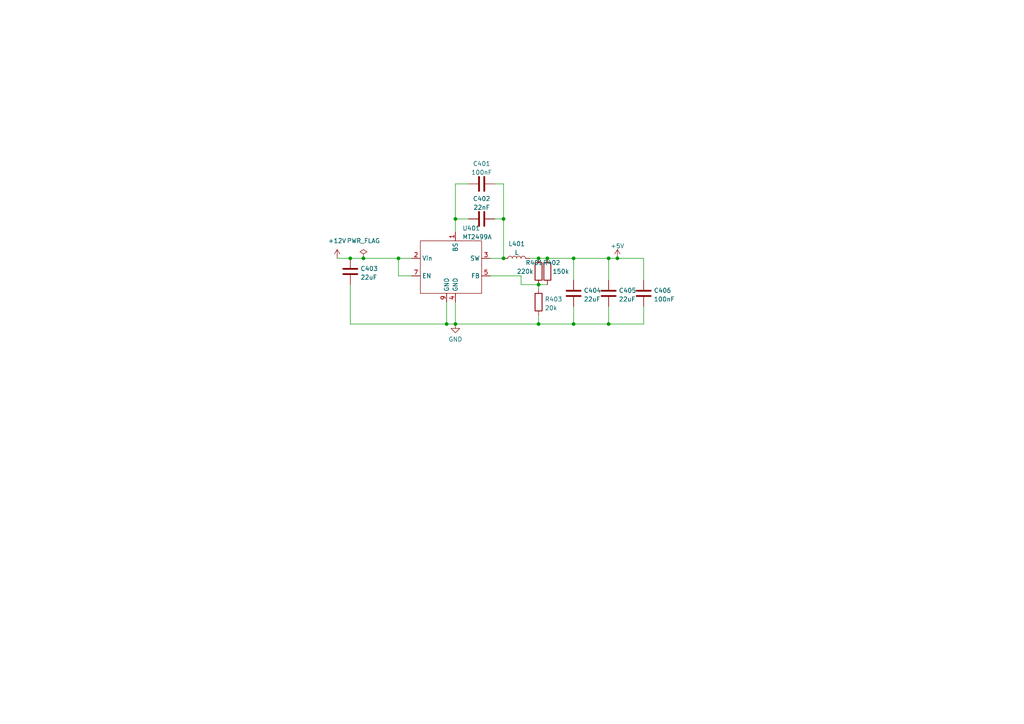
<source format=kicad_sch>
(kicad_sch (version 20211123) (generator eeschema)
  (paper "A4")
  (lib_symbols
    (symbol "Device:C" (pin_numbers hide) (pin_names (offset 0.254))
      (property "Reference" "C" (at 0.635 2.54 0))
      (property "Value" "C" (at 0.635 -2.54 0))
      (symbol "C_0_1"
        (polyline (pts (xy -2.032 -0.762) (xy 2.032 -0.762)) (stroke (width 0.508)))
        (polyline (pts (xy -2.032 0.762) (xy 2.032 0.762)) (stroke (width 0.508)))
      )
      (symbol "C_1_1"
        (pin passive line (at 0 3.81 270) (length 2.794) (name "~") (number "1"))
        (pin passive line (at 0 -3.81 90) (length 2.794) (name "~") (number "2"))
      )
    )
    (symbol "Device:L" (pin_numbers hide) (pin_names (offset 1.016) hide)
      (property "Reference" "L" (at -1.27 0 90))
      (property "Value" "L" (at 1.905 0 90))
      (symbol "L_0_1"
        (arc (start 0 -2.54) (mid 0.635 -1.905) (end 0 -1.27))
        (arc (start 0 -1.27) (mid 0.635 -0.635) (end 0 0))
        (arc (start 0 0) (mid 0.635 0.635) (end 0 1.27))
        (arc (start 0 1.27) (mid 0.635 1.905) (end 0 2.54))
      )
      (symbol "L_1_1"
        (pin passive line (at 0 3.81 270) (length 1.27) (name "1") (number "1"))
        (pin passive line (at 0 -3.81 90) (length 1.27) (name "2") (number "2"))
      )
    )
    (symbol "Device:R" (pin_numbers hide) (pin_names (offset 0))
      (property "Reference" "R" (at 2.032 0 90))
      (property "Value" "R" (at 0 0 90))
      (symbol "R_0_1"
        (rectangle (start -1.016 -2.54) (end 1.016 2.54) (stroke (width 0.254)))
      )
      (symbol "R_1_1"
        (pin passive line (at 0 3.81 270) (length 1.27) (name "~") (number "1"))
        (pin passive line (at 0 -3.81 90) (length 1.27) (name "~") (number "2"))
      )
    )
    (symbol "custom_kicad_lib_sk:MT499A"
      (property "Reference" "U4" (at 2.0194 9.999 0))
      (property "Value" "MT2499A" (at 2.0194 7.4621 0))
      (symbol "MT499A_0_1"
        (rectangle (start -10.16 6.35) (end 7.62 -8.89) (stroke (width 0.1524)))
      )
      (symbol "MT499A_1_1"
        (pin input line (at 0 8.89 270) (length 2.54) (name "BS") (number "1"))
        (pin power_in line (at -12.7 1.27 0) (length 2.54) (name "Vin") (number "2"))
        (pin input line (at 10.16 1.27 180) (length 2.54) (name "SW") (number "3"))
        (pin input line (at 0 -11.43 90) (length 2.54) (name "GND") (number "4"))
        (pin input line (at 10.16 -3.81 180) (length 2.54) (name "FB") (number "5"))
        (pin no_connect line (at 8.89 -11.43 180) (length 2.54) hide (name "NC") (number "6"))
        (pin input line (at -12.7 -3.81 0) (length 2.54) (name "EN") (number "7"))
        (pin no_connect line (at 8.89 -13.97 180) (length 2.54) hide (name "NC") (number "8"))
        (pin input line (at -2.54 -11.43 90) (length 2.54) (name "GND") (number "9"))
      )
    )
    (symbol "power:+12V" (power) (pin_names (offset 0))
      (property "Value" "+12V" (at 0 3.556 0))
      (symbol "+12V_0_1"
        (polyline (pts (xy -0.762 1.27) (xy 0 2.54)))
        (polyline (pts (xy 0 0) (xy 0 2.54)))
        (polyline (pts (xy 0 2.54) (xy 0.762 1.27)))
      )
      (symbol "+12V_1_1"
        (pin power_in line (at 0 0 90) (length 0) hide (name "+12V") (number "1"))
      )
    )
    (symbol "power:+5V" (power) (pin_names (offset 0))
      (property "Value" "+5V" (at 0 3.556 0))
      (symbol "+5V_0_1"
        (polyline (pts (xy -0.762 1.27) (xy 0 2.54)))
        (polyline (pts (xy 0 0) (xy 0 2.54)))
        (polyline (pts (xy 0 2.54) (xy 0.762 1.27)))
      )
      (symbol "+5V_1_1"
        (pin power_in line (at 0 0 90) (length 0) hide (name "+5V") (number "1"))
      )
    )
    (symbol "power:GND" (power) (pin_names (offset 0))
      (property "Value" "GND" (at 0 -3.81 0))
      (symbol "GND_0_1"
        (polyline (pts (xy 0 0) (xy 0 -1.27) (xy 1.27 -1.27) (xy 0 -2.54) (xy -1.27 -1.27) (xy 0 -1.27)))
      )
      (symbol "GND_1_1"
        (pin power_in line (at 0 0 270) (length 0) hide (name "GND") (number "1"))
      )
    )
    (symbol "power:PWR_FLAG" (power) (pin_numbers hide) (pin_names (offset 0) hide)
      (property "Value" "PWR_FLAG" (at 0 3.81 0))
      (symbol "PWR_FLAG_0_0"
        (pin power_out line (at 0 0 90) (length 0) (name "pwr") (number "1"))
      )
      (symbol "PWR_FLAG_0_1"
        (polyline (pts (xy 0 0) (xy 0 1.27) (xy -1.016 1.905) (xy 0 2.54) (xy 1.016 1.905) (xy 0 1.27)))
      )
    )
  )
  (junction (at 179.07 74.93))
  (junction (at 176.53 93.98))
  (junction (at 176.53 74.93))
  (junction (at 166.37 74.93))
  (junction (at 105.41 74.93))
  (junction (at 115.57 74.93))
  (junction (at 158.75 74.93))
  (junction (at 146.05 74.93))
  (junction (at 101.6 74.93))
  (junction (at 156.21 82.55))
  (junction (at 156.21 74.93))
  (junction (at 129.54 93.98))
  (junction (at 156.21 93.98))
  (junction (at 146.05 63.5))
  (junction (at 166.37 93.98))
  (junction (at 132.08 63.5))
  (junction (at 132.08 93.98))
  (wire (pts (xy 115.57 74.93) (xy 119.38 74.93)))
  (wire (pts (xy 156.21 93.98) (xy 156.21 91.44)))
  (wire (pts (xy 166.37 93.98) (xy 156.21 93.98)))
  (wire (pts (xy 158.75 74.93) (xy 166.37 74.93)))
  (wire (pts (xy 129.54 87.63) (xy 129.54 93.98)))
  (wire (pts (xy 156.21 82.55) (xy 156.21 83.82)))
  (wire (pts (xy 156.21 74.93) (xy 158.75 74.93)))
  (wire (pts (xy 101.6 74.93) (xy 105.41 74.93)))
  (wire (pts (xy 97.79 74.93) (xy 101.6 74.93)))
  (wire (pts (xy 176.53 88.9) (xy 176.53 93.98)))
  (wire (pts (xy 176.53 93.98) (xy 166.37 93.98)))
  (wire (pts (xy 132.08 93.98) (xy 129.54 93.98)))
  (wire (pts (xy 176.53 74.93) (xy 179.07 74.93)))
  (wire (pts (xy 156.21 93.98) (xy 132.08 93.98)))
  (wire (pts (xy 151.13 80.01) (xy 151.13 82.55)))
  (wire (pts (xy 135.89 53.34) (xy 132.08 53.34)))
  (wire (pts (xy 166.37 74.93) (xy 176.53 74.93)))
  (wire (pts (xy 142.24 74.93) (xy 146.05 74.93)))
  (wire (pts (xy 153.67 74.93) (xy 156.21 74.93)))
  (wire (pts (xy 146.05 63.5) (xy 146.05 53.34)))
  (wire (pts (xy 176.53 74.93) (xy 176.53 81.28)))
  (wire (pts (xy 132.08 53.34) (xy 132.08 63.5)))
  (wire (pts (xy 115.57 74.93) (xy 115.57 80.01)))
  (wire (pts (xy 146.05 53.34) (xy 143.51 53.34)))
  (wire (pts (xy 105.41 74.93) (xy 115.57 74.93)))
  (wire (pts (xy 186.69 88.9) (xy 186.69 93.98)))
  (wire (pts (xy 146.05 74.93) (xy 146.05 63.5)))
  (wire (pts (xy 166.37 88.9) (xy 166.37 93.98)))
  (wire (pts (xy 101.6 93.98) (xy 101.6 82.55)))
  (wire (pts (xy 166.37 81.28) (xy 166.37 74.93)))
  (wire (pts (xy 132.08 93.98) (xy 132.08 87.63)))
  (wire (pts (xy 186.69 81.28) (xy 186.69 74.93)))
  (wire (pts (xy 179.07 74.93) (xy 186.69 74.93)))
  (wire (pts (xy 132.08 63.5) (xy 135.89 63.5)))
  (wire (pts (xy 119.38 80.01) (xy 115.57 80.01)))
  (wire (pts (xy 156.21 82.55) (xy 158.75 82.55)))
  (wire (pts (xy 186.69 93.98) (xy 176.53 93.98)))
  (wire (pts (xy 101.6 93.98) (xy 129.54 93.98)))
  (wire (pts (xy 151.13 82.55) (xy 156.21 82.55)))
  (wire (pts (xy 132.08 63.5) (xy 132.08 67.31)))
  (wire (pts (xy 146.05 63.5) (xy 143.51 63.5)))
  (wire (pts (xy 142.24 80.01) (xy 151.13 80.01)))
  (symbol (lib_id "Device:R") (at 158.75 78.74 180) (unit 1)
    (property "Reference" "R402" (at 162.56 76.2 0) (effects (justify left)))
    (property "Value" "150k" (at 165.1 78.74 0) (effects (justify left)))
    (property "Footprint" "Resistor_SMD:R_0603_1608Metric_Pad0.98x0.95mm_HandSolder" (effects hide))
    (property "JLCPCB Part#" "C22807" (effects hide))
  )
  (symbol (lib_id "Device:C") (at 139.7 53.34 90) (unit 1)
    (property "Reference" "C401" (at 139.7 47.4812 90))
    (property "Value" "100nF" (at 139.7 50.0181 90))
    (property "Footprint" "Capacitor_SMD:C_0402_1005Metric_Pad0.74x0.62mm_HandSolder" (effects hide))
    (property "JLCPCB Part#" "C307331" (effects hide))
  )
  (symbol (lib_id "Device:C") (at 139.7 63.5 90) (unit 1)
    (property "Reference" "C402" (at 139.7 57.6412 90))
    (property "Value" "22nF" (at 139.7 60.1781 90))
    (property "Footprint" "Capacitor_SMD:C_0402_1005Metric_Pad0.74x0.62mm_HandSolder" (effects hide))
    (property "JLCPCB Part#" "C1729" (effects hide))
  )
  (symbol (lib_id "Device:L") (at 149.86 74.93 90) (unit 1)
    (property "Reference" "L401" (at 149.86 70.7222 90))
    (property "Value" "L" (at 149.86 73.2591 90))
    (property "Footprint" "Inductor_SMD:L_Bourns-SRU8028_8.0x8.0mm" (effects hide))
    (property "JLCPCB Part#" "C2929438" (effects hide))
  )
  (symbol (lib_id "Device:C") (at 176.53 85.09 0) (unit 1)
    (property "Reference" "C405" (at 179.451 84.2553 0) (effects (justify left)))
    (property "Value" "22uF" (at 179.451 86.7922 0) (effects (justify left)))
    (property "Footprint" "Capacitor_SMD:C_0603_1608Metric_Pad1.08x0.95mm_HandSolder" (effects hide))
    (property "JLCPCB Part#" "C45783" (effects hide))
  )
  (symbol (lib_id "Device:C") (at 101.6 78.74 0) (unit 1)
    (property "Reference" "C403" (at 104.521 77.9053 0) (effects (justify left)))
    (property "Value" "22uF" (at 104.521 80.4422 0) (effects (justify left)))
    (property "Footprint" "Capacitor_SMD:C_0603_1608Metric_Pad1.08x0.95mm_HandSolder" (effects hide))
    (property "JLCPCB Part#" "C45783" (effects hide))
  )
  (symbol (lib_id "power:GND") (at 132.08 93.98 0) (unit 1)
    (property "Reference" "#PWR0402" (effects hide))
    (property "Value" "GND" (at 132.08 98.4234 0))
  )
  (symbol (lib_id "Device:R") (at 156.21 87.63 0) (unit 1)
    (property "Reference" "R403" (at 157.988 86.7953 0) (effects (justify left)))
    (property "Value" "20k" (at 157.988 89.3322 0) (effects (justify left)))
    (property "Footprint" "Resistor_SMD:R_0603_1608Metric_Pad0.98x0.95mm_HandSolder" (effects hide))
    (property "JLCPCB Part#" "C4328" (effects hide))
  )
  (symbol (lib_id "power:PWR_FLAG") (at 105.41 74.93 0) (unit 1)
    (property "Reference" "#FLG0401" (effects hide))
    (property "Value" "PWR_FLAG" (at 105.41 69.85 0))
  )
  (symbol (lib_id "custom_kicad_lib_sk:MT499A") (at 132.08 76.2 0) (unit 1)
    (property "Reference" "U401" (at 134.0994 66.201 0) (effects (justify left)))
    (property "Value" "MT2499A" (at 134.0994 68.7379 0) (effects (justify left)))
    (property "Footprint" "Package_SO:TI_SO-PowerPAD-8" (effects hide))
    (property "Datasheet" "https://datasheet.lcsc.com/lcsc/2205121200_XI-AN-Aerosemi-Tech-MT2499A_C3007555.pdf" (effects hide))
    (property "JLCPCB Part#" "C3007555" (effects hide))
  )
  (symbol (lib_id "Device:C") (at 166.37 85.09 0) (unit 1)
    (property "Reference" "C404" (at 169.291 84.2553 0) (effects (justify left)))
    (property "Value" "22uF" (at 169.291 86.7922 0) (effects (justify left)))
    (property "Footprint" "Capacitor_SMD:C_0603_1608Metric_Pad1.08x0.95mm_HandSolder" (effects hide))
    (property "JLCPCB Part#" "C45783" (effects hide))
  )
  (symbol (lib_id "Device:R") (at 156.21 78.74 0) (unit 1)
    (property "Reference" "R401" (at 152.4 76.2 0) (effects (justify left)))
    (property "Value" "220k" (at 149.86 78.74 0) (effects (justify left)))
    (property "Footprint" "Resistor_SMD:R_0603_1608Metric_Pad0.98x0.95mm_HandSolder" (effects hide))
    (property "JLCPCB Part#" "C22961" (effects hide))
  )
  (symbol (lib_id "Device:C") (at 186.69 85.09 0) (unit 1)
    (property "Reference" "C406" (at 189.611 84.2553 0) (effects (justify left)))
    (property "Value" "100nF" (at 189.611 86.7922 0) (effects (justify left)))
    (property "Footprint" "Capacitor_SMD:C_0402_1005Metric_Pad0.74x0.62mm_HandSolder" (effects hide))
    (property "JLCPCB Part#" "C307331" (effects hide))
  )
  (symbol (lib_id "power:+5V") (at 179.07 74.93 0) (unit 1)
    (property "Reference" "#PWR0401" (effects hide))
    (property "Value" "+5V" (at 179.07 71.3542 0))
  )
  (symbol (lib_id "power:+12V") (at 97.79 74.93 0) (unit 1)
    (property "Reference" "#PWR?" (effects hide))
    (property "Value" "+12V" (at 97.79 69.85 0))
  )
)
</source>
